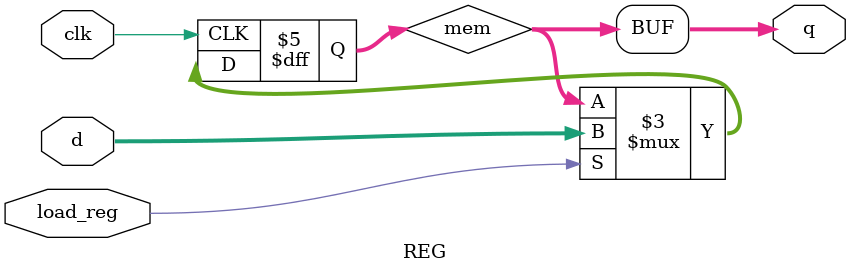
<source format=v>
module REG (
	input [31:0] d,
	input load_reg, clk,

	output [31:0] q
);

	reg [31:0] mem;

	always @(posedge clk) begin
		if (load_reg) mem = d;
	end

	assign q = mem;

endmodule
</source>
